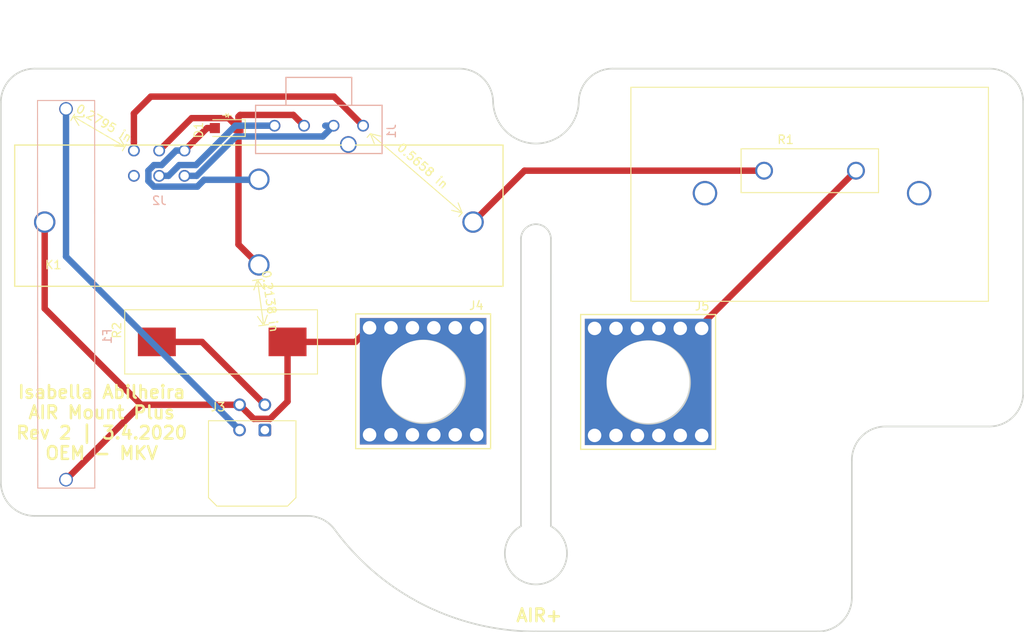
<source format=kicad_pcb>
(kicad_pcb (version 20171130) (host pcbnew 5.1.5-52549c5~84~ubuntu18.04.1)

  (general
    (thickness 1.6)
    (drawings 30)
    (tracks 56)
    (zones 0)
    (modules 10)
    (nets 13)
  )

  (page A4)
  (layers
    (0 F.Cu signal)
    (31 B.Cu signal)
    (32 B.Adhes user)
    (33 F.Adhes user)
    (34 B.Paste user)
    (35 F.Paste user)
    (36 B.SilkS user)
    (37 F.SilkS user)
    (38 B.Mask user)
    (39 F.Mask user)
    (40 Dwgs.User user)
    (41 Cmts.User user)
    (42 Eco1.User user)
    (43 Eco2.User user)
    (44 Edge.Cuts user)
    (45 Margin user)
    (46 B.CrtYd user)
    (47 F.CrtYd user)
    (48 B.Fab user)
    (49 F.Fab user hide)
  )

  (setup
    (last_trace_width 0.762)
    (user_trace_width 0.4064)
    (user_trace_width 0.762)
    (trace_clearance 0.2)
    (zone_clearance 0.508)
    (zone_45_only no)
    (trace_min 0.2)
    (via_size 0.8)
    (via_drill 0.4)
    (via_min_size 0.4)
    (via_min_drill 0.3)
    (uvia_size 0.3)
    (uvia_drill 0.1)
    (uvias_allowed no)
    (uvia_min_size 0.2)
    (uvia_min_drill 0.1)
    (edge_width 0.05)
    (segment_width 0.2)
    (pcb_text_width 0.3)
    (pcb_text_size 1.5 1.5)
    (mod_edge_width 0.12)
    (mod_text_size 1 1)
    (mod_text_width 0.15)
    (pad_size 1.524 1.524)
    (pad_drill 0.762)
    (pad_to_mask_clearance 0.051)
    (solder_mask_min_width 0.25)
    (aux_axis_origin 0 0)
    (visible_elements FFFFFF7F)
    (pcbplotparams
      (layerselection 0x010fc_ffffffff)
      (usegerberextensions true)
      (usegerberattributes false)
      (usegerberadvancedattributes false)
      (creategerberjobfile false)
      (excludeedgelayer true)
      (linewidth 0.100000)
      (plotframeref false)
      (viasonmask false)
      (mode 1)
      (useauxorigin false)
      (hpglpennumber 1)
      (hpglpenspeed 20)
      (hpglpendiameter 15.000000)
      (psnegative false)
      (psa4output false)
      (plotreference true)
      (plotvalue true)
      (plotinvisibletext false)
      (padsonsilk false)
      (subtractmaskfromsilk false)
      (outputformat 1)
      (mirror false)
      (drillshape 0)
      (scaleselection 1)
      (outputdirectory "Airplus_gerbs"))
  )

  (net 0 "")
  (net 1 "Net-(K1-Pad2)")
  (net 2 /Coil+)
  (net 3 /GND)
  (net 4 /TS_Fused-)
  (net 5 /TS-)
  (net 6 /AUX-)
  (net 7 /Coil-)
  (net 8 "Net-(J2-Pad6)")
  (net 9 /AUX+)
  (net 10 /TSMP-)
  (net 11 /TSAL-)
  (net 12 /BAT-)

  (net_class Default "This is the default net class."
    (clearance 0.2)
    (trace_width 0.25)
    (via_dia 0.8)
    (via_drill 0.4)
    (uvia_dia 0.3)
    (uvia_drill 0.1)
    (add_net /AUX+)
    (add_net /AUX-)
    (add_net /BAT-)
    (add_net /Coil+)
    (add_net /Coil-)
    (add_net /GND)
    (add_net /TS-)
    (add_net /TSAL-)
    (add_net /TSMP-)
    (add_net /TS_Fused-)
    (add_net "Net-(J2-Pad6)")
    (add_net "Net-(K1-Pad2)")
  )

  (module footprints:MicroFit_RA_06 (layer B.Cu) (tedit 5C789678) (tstamp 5E2CADE0)
    (at 78.8 75.32 180)
    (path /5DB019DF)
    (fp_text reference J2 (at -0.01 -10.26 180) (layer B.SilkS)
      (effects (font (size 1 1) (thickness 0.15)) (justify mirror))
    )
    (fp_text value MicroFit_RA_06 (at -5.588 12.7) (layer B.Fab)
      (effects (font (size 1 1) (thickness 0.15)) (justify mirror))
    )
    (pad "" np_thru_hole circle (at 0 0) (size 3 3) (drill 3) (layers *.Cu *.Mask))
    (pad 1 thru_hole circle (at -3 -4.32) (size 1.4 1.4) (drill 1.02) (layers *.Cu *.Mask)
      (net 3 /GND))
    (pad 2 thru_hole circle (at 0 -4.32) (size 1.4 1.4) (drill 1.02) (layers *.Cu *.Mask)
      (net 2 /Coil+))
    (pad 3 thru_hole circle (at 3 -4.32) (size 1.4 1.4) (drill 1.02) (layers *.Cu *.Mask)
      (net 9 /AUX+))
    (pad 4 thru_hole circle (at -3 -7.32) (size 1.4 1.4) (drill 1.02) (layers *.Cu *.Mask)
      (net 6 /AUX-))
    (pad 5 thru_hole circle (at 0 -7.32) (size 1.4 1.4) (drill 1.02) (layers *.Cu *.Mask)
      (net 7 /Coil-))
    (pad 6 thru_hole circle (at 3 -7.32) (size 1.4 1.4) (drill 1.02) (layers *.Cu *.Mask)
      (net 8 "Net-(J2-Pad6)"))
    (model ${LOCAL_DIR}/OEM_Preferred_Parts/3DModels/MicroFit-6-RA/MF_RA_06.stp
      (offset (xyz 0 -0.3809999942779541 3.174999952316284))
      (scale (xyz 1 1 1))
      (rotate (xyz -90 0 180))
    )
  )

  (module footprints:R_3k_HS_TO247 (layer F.Cu) (tedit 5E5FF9CF) (tstamp 5E226CC0)
    (at 161.43 82.03 180)
    (descr "Resistor, Radial_Power series, Radial, pin pitch=5.00mm, 2W, length*width=11*7mm^2, http://www.vishay.com/docs/30218/cpcx.pdf")
    (tags "Resistor Radial_Power series Radial pin pitch 5.00mm 2W length 11mm width 7mm")
    (path /5E59D5EA)
    (fp_text reference R1 (at 8.3439 3.683) (layer F.SilkS)
      (effects (font (size 1 1) (thickness 0.15)))
    )
    (fp_text value R_3K_HS (at 5.08 5.08) (layer F.Fab) hide
      (effects (font (size 1 1) (thickness 0.15)))
    )
    (fp_line (start 26.77 10) (end 26.77 -15.6) (layer F.CrtYd) (width 0.05))
    (fp_line (start -15.83 -15.6) (end -15.83 10) (layer F.CrtYd) (width 0.05))
    (fp_line (start -15.83 -15.6) (end 26.77 -15.6) (layer F.CrtYd) (width 0.05))
    (fp_line (start -15.83 10) (end 26.77 10) (layer F.CrtYd) (width 0.05))
    (fp_line (start 26.692 -15.5) (end 26.692 9.9) (layer F.SilkS) (width 0.12))
    (fp_line (start -15.708 -15.5) (end -15.708 9.9) (layer F.SilkS) (width 0.12))
    (fp_line (start 26.692 -15.5) (end -15.708 -15.5) (layer F.SilkS) (width 0.12))
    (fp_line (start 13.622 -2.6) (end -2.678 -2.6) (layer F.SilkS) (width 0.12))
    (fp_line (start 26.47 9.7) (end 26.47 -15.3) (layer F.Fab) (width 0.1))
    (fp_line (start -15.53 9.7) (end -15.53 -15.3) (layer F.Fab) (width 0.1))
    (fp_line (start -15.53 -15.3) (end 26.47 -15.3) (layer F.Fab) (width 0.1))
    (fp_line (start -15.53 9.7) (end 26.47 9.7) (layer F.Fab) (width 0.1))
    (fp_line (start -2.8 -2.7) (end 13.7 -2.7) (layer F.CrtYd) (width 0.05))
    (fp_line (start 13.7 2.7) (end 13.7 -2.7) (layer F.CrtYd) (width 0.05))
    (fp_line (start 13.7 2.7) (end -2.8 2.7) (layer F.CrtYd) (width 0.05))
    (fp_line (start -2.8 -2.7) (end -2.8 2.7) (layer F.CrtYd) (width 0.05))
    (fp_line (start -2.678 2.6) (end -2.678 -2.6) (layer F.SilkS) (width 0.12))
    (fp_line (start 13.622 2.6) (end 13.622 -2.6) (layer F.SilkS) (width 0.12))
    (fp_line (start 26.692 9.9) (end -15.708 9.9) (layer F.SilkS) (width 0.12))
    (fp_line (start 13.622 2.6) (end -2.678 2.6) (layer F.SilkS) (width 0.12))
    (fp_line (start -2.55 -2.4) (end 13.45 -2.4) (layer F.Fab) (width 0.1))
    (fp_line (start 13.45 2.4) (end 13.45 -2.4) (layer F.Fab) (width 0.1))
    (fp_line (start -2.55 2.4) (end 13.45 2.4) (layer F.Fab) (width 0.1))
    (fp_line (start -2.55 2.4) (end -2.55 -2.4) (layer F.Fab) (width 0.1))
    (pad 5 thru_hole circle (at 17.907 -2.67 180) (size 2.9 2.9) (drill 2.4) (layers *.Cu *.Mask))
    (pad 4 thru_hole circle (at -7.493 -2.67 180) (size 2.9 2.9) (drill 2.4) (layers *.Cu *.Mask))
    (pad 2 thru_hole circle (at 10.9 0 180) (size 2.12 2.12) (drill 1.62) (layers *.Cu *.Mask)
      (net 1 "Net-(K1-Pad2)"))
    (pad 1 thru_hole circle (at 0 0 180) (size 2.12 2.12) (drill 1.62) (layers *.Cu *.Mask)
      (net 12 /BAT-))
    (model "${LOCAL_DIR}/OEM_Preferred_Parts/3DModels/AP101_3k_resistor/TIP 144_sp.wrl"
      (at (xyz 0 0 0))
      (scale (xyz 1 1 1))
      (rotate (xyz 0 0 0))
    )
    (model ${LOCAL_DIR}/OEM_Preferred_Parts/3DModels/R_3K_heatsink/RA-T2X-51E_sp001_sp.wrl
      (at (xyz 0 0 0))
      (scale (xyz 1 1 1))
      (rotate (xyz 0 0 0))
    )
  )

  (module footprints:D-Series_Cynergy_Relay (layer F.Cu) (tedit 5C788E94) (tstamp 5E5B74B1)
    (at 65.22 88.13)
    (path /5E5D8E84)
    (fp_text reference K1 (at 1.016 5.08) (layer F.SilkS)
      (effects (font (size 1 1) (thickness 0.15)))
    )
    (fp_text value "DBR71210(NC)" (at 6.096 -7.112) (layer F.Fab)
      (effects (font (size 1 1) (thickness 0.15)))
    )
    (fp_line (start -3.556 -9.144) (end 54.356 -9.144) (layer F.SilkS) (width 0.15))
    (fp_line (start 54.356 -9.144) (end 54.356 7.62) (layer F.SilkS) (width 0.15))
    (fp_line (start 54.356 7.62) (end -3.556 7.62) (layer F.SilkS) (width 0.15))
    (fp_line (start -3.556 7.62) (end -3.556 -9.144) (layer F.SilkS) (width 0.15))
    (pad 1 thru_hole circle (at 0 0) (size 2.54 2.54) (drill 2.032) (layers *.Cu *.Mask)
      (net 5 /TS-))
    (pad 2 thru_hole circle (at 50.8 0) (size 2.54 2.54) (drill 2.032) (layers *.Cu *.Mask)
      (net 1 "Net-(K1-Pad2)"))
    (pad 3 thru_hole circle (at 25.4 -5.08) (size 2.54 2.54) (drill 2.032) (layers *.Cu *.Mask)
      (net 3 /GND))
    (pad 4 thru_hole circle (at 25.4 5.08) (size 2.54 2.54) (drill 2.032) (layers *.Cu *.Mask)
      (net 2 /Coil+))
    (model ${LOCAL_DIR}/OEM_Preferred_Parts/3DModels/Cynergy_Relay/D_Series_Cynergy_Relays.STEP
      (offset (xyz 25.39999961853027 7.619999885559082 9.524999856948853))
      (scale (xyz 1 1 1))
      (rotate (xyz 180 0 0))
    )
  )

  (module footprints:MicroFit_RA_4 (layer F.Cu) (tedit 5B799D96) (tstamp 5E5AC3CD)
    (at 91.33 112.81 180)
    (descr "Molex Micro-Fit 3.0 Connector System, 43045-0400 (compatible alternatives: 43045-0401, 43045-0402), 2 Pins per row (https://www.molex.com/pdm_docs/sd/430450200_sd.pdf), generated with kicad-footprint-generator")
    (tags "connector Molex Micro-Fit_3.0 top entry")
    (path /5DF102AC)
    (fp_text reference J3 (at 5.55 2.73) (layer F.SilkS)
      (effects (font (size 1 1) (thickness 0.15)))
    )
    (fp_text value MicroFit_RA_4 (at 1.5 5.7) (layer F.Fab)
      (effects (font (size 1 1) (thickness 0.15)))
    )
    (fp_line (start -3.575 0.99) (end -3.575 -7.92) (layer F.Fab) (width 0.1))
    (fp_line (start -3.575 -7.92) (end -2.575 -8.92) (layer F.Fab) (width 0.1))
    (fp_line (start -2.575 -8.92) (end 5.575 -8.92) (layer F.Fab) (width 0.1))
    (fp_line (start 5.575 -8.92) (end 6.575 -7.92) (layer F.Fab) (width 0.1))
    (fp_line (start 6.575 -7.92) (end 6.575 0.99) (layer F.Fab) (width 0.1))
    (fp_line (start 6.575 0.99) (end -3.575 0.99) (layer F.Fab) (width 0.1))
    (fp_line (start -0.75 0.99) (end 0 0) (layer F.Fab) (width 0.1))
    (fp_line (start 0 0) (end 0.75 0.99) (layer F.Fab) (width 0.1))
    (fp_line (start -3.685 1.1) (end -3.685 -8.03) (layer F.SilkS) (width 0.12))
    (fp_line (start -3.685 -8.03) (end -2.685 -9.03) (layer F.SilkS) (width 0.12))
    (fp_line (start -2.685 -9.03) (end 5.685 -9.03) (layer F.SilkS) (width 0.12))
    (fp_line (start 5.685 -9.03) (end 6.685 -8.03) (layer F.SilkS) (width 0.12))
    (fp_line (start 6.685 -8.03) (end 6.685 1.1) (layer F.SilkS) (width 0.12))
    (fp_line (start 6.685 1.1) (end -3.685 1.1) (layer F.SilkS) (width 0.12))
    (fp_line (start -4.08 1.49) (end -4.08 -9.42) (layer F.CrtYd) (width 0.05))
    (fp_line (start -4.08 -9.42) (end 7.08 -9.42) (layer F.CrtYd) (width 0.05))
    (fp_line (start 7.08 -9.42) (end 7.08 1.49) (layer F.CrtYd) (width 0.05))
    (fp_line (start 7.08 1.49) (end 4.25 1.49) (layer F.CrtYd) (width 0.05))
    (fp_line (start 4.25 1.49) (end 4.25 4.25) (layer F.CrtYd) (width 0.05))
    (fp_line (start 4.25 4.25) (end -1.25 4.25) (layer F.CrtYd) (width 0.05))
    (fp_line (start -1.25 4.25) (end -1.25 1.49) (layer F.CrtYd) (width 0.05))
    (fp_line (start -1.25 1.49) (end -4.08 1.49) (layer F.CrtYd) (width 0.05))
    (fp_text user %R (at 1.5 -8.22) (layer F.Fab)
      (effects (font (size 1 1) (thickness 0.15)))
    )
    (pad "" np_thru_hole circle (at 1.5 -4.32 180) (size 3 3) (drill 3) (layers *.Cu *.Mask))
    (pad 1 thru_hole roundrect (at 0 0 180) (size 1.5 1.5) (drill 1.02) (layers *.Cu *.Mask) (roundrect_rratio 0.166667)
      (net 11 /TSAL-))
    (pad 2 thru_hole circle (at 3 0 180) (size 1.5 1.5) (drill 1.02) (layers *.Cu *.Mask)
      (net 4 /TS_Fused-))
    (pad 3 thru_hole circle (at 0 3 180) (size 1.5 1.5) (drill 1.02) (layers *.Cu *.Mask)
      (net 10 /TSMP-))
    (pad 4 thru_hole circle (at 3 3 180) (size 1.5 1.5) (drill 1.02) (layers *.Cu *.Mask)
      (net 5 /TS-))
    (model ${LOCAL_DIR}/OEM_Preferred_Parts/3DModels/MICROFIT4RA/43045-0400_stp/430450400.stp
      (offset (xyz 1.5 4 4))
      (scale (xyz 1 1 1))
      (rotate (xyz -90 0 180))
    )
  )

  (module footprints:redcube_7461166 (layer F.Cu) (tedit 5E22245E) (tstamp 5E227DD1)
    (at 110.0986 107.0226)
    (path /5E2F97D2)
    (fp_text reference J4 (at 6.3114 -8.9826) (layer F.SilkS)
      (effects (font (size 1 1) (thickness 0.15)))
    )
    (fp_text value redcude_7461166 (at 0.02 9.45) (layer F.Fab)
      (effects (font (size 1 1) (thickness 0.15)))
    )
    (fp_text user Redcube_7461166 (at -4.064 -9.652) (layer F.Fab)
      (effects (font (size 1 1) (thickness 0.15)))
    )
    (fp_line (start -8 8) (end -8 -8) (layer F.SilkS) (width 0.15))
    (fp_line (start 8 8) (end -8 8) (layer F.SilkS) (width 0.15))
    (fp_line (start 8 -8) (end 8 8) (layer F.SilkS) (width 0.15))
    (fp_line (start -8 -8) (end 8 -8) (layer F.SilkS) (width 0.15))
    (pad 1 thru_hole circle (at -3.81 -6.35) (size 1.7 1.7) (drill 1.6) (layers *.Cu *.Mask)
      (net 5 /TS-))
    (pad 1 thru_hole circle (at 6.349999 -6.35) (size 1.7 1.7) (drill 1.6) (layers *.Cu *.Mask)
      (net 5 /TS-))
    (pad 1 thru_hole circle (at -6.35 -6.349999) (size 1.7 1.7) (drill 1.6) (layers *.Cu *.Mask)
      (net 5 /TS-))
    (pad 1 thru_hole circle (at 1.27 -6.35) (size 1.7 1.7) (drill 1.6) (layers *.Cu *.Mask)
      (net 5 /TS-))
    (pad 1 thru_hole circle (at -1.27 -6.35) (size 1.7 1.7) (drill 1.6) (layers *.Cu *.Mask)
      (net 5 /TS-))
    (pad 1 thru_hole circle (at 3.81 -6.35) (size 1.7 1.7) (drill 1.6) (layers *.Cu *.Mask)
      (net 5 /TS-))
    (pad 1 thru_hole circle (at -6.349999 6.35) (size 1.7 1.7) (drill 1.6) (layers *.Cu *.Mask)
      (net 5 /TS-))
    (pad 1 thru_hole circle (at -3.81 6.35) (size 1.7 1.7) (drill 1.6) (layers *.Cu *.Mask)
      (net 5 /TS-))
    (pad 1 thru_hole circle (at -1.27 6.35) (size 1.7 1.7) (drill 1.6) (layers *.Cu *.Mask)
      (net 5 /TS-))
    (pad 1 thru_hole circle (at 1.27 6.35) (size 1.7 1.7) (drill 1.6) (layers *.Cu *.Mask)
      (net 5 /TS-))
    (pad 1 thru_hole circle (at 6.35 6.349999) (size 1.7 1.7) (drill 1.6) (layers *.Cu *.Mask)
      (net 5 /TS-))
    (pad 1 thru_hole circle (at 3.81 6.35) (size 1.7 1.7) (drill 1.6) (layers *.Cu *.Mask)
      (net 5 /TS-))
    (pad 1 thru_hole rect (at 0 0) (size 15 15) (drill 9.8) (layers *.Cu *.Mask)
      (net 5 /TS-))
    (model :Formula:OEM_Preferred_Parts/3DModels/redcube_7461166/redcube_7461166.stp
      (at (xyz 0 0 0))
      (scale (xyz 1 1 1))
      (rotate (xyz 0 0 0))
    )
    (model ${LOCAL_DIR}/OEM_Preferred_Parts/3DModels/redcube_7461166/redcube_7461166.stp
      (at (xyz 0 0 0))
      (scale (xyz 1 1 1))
      (rotate (xyz 0 0 0))
    )
  )

  (module footprints:R_TSMP_SMD_5329 (layer F.Cu) (tedit 5E23450B) (tstamp 5E234BB4)
    (at 86.14 102.35)
    (path /5E57A605)
    (fp_text reference R2 (at -12.36 -1.38 -270) (layer F.SilkS)
      (effects (font (size 1 1) (thickness 0.15)))
    )
    (fp_text value R_10K_HV (at -3.81 5.08) (layer F.Fab)
      (effects (font (size 1 1) (thickness 0.15)))
    )
    (fp_line (start -11.43 -3.81) (end -11.43 -2.54) (layer F.SilkS) (width 0.12))
    (fp_line (start -5.08 -3.81) (end -11.43 -3.81) (layer F.SilkS) (width 0.12))
    (fp_line (start -5.08 -3.81) (end 11.43 -3.81) (layer F.SilkS) (width 0.12))
    (fp_line (start -11.43 3.81) (end -11.43 -2.54) (layer F.SilkS) (width 0.12))
    (fp_line (start 11.43 3.81) (end -11.43 3.81) (layer F.SilkS) (width 0.12))
    (fp_line (start 11.43 -3.81) (end 11.43 3.81) (layer F.SilkS) (width 0.12))
    (pad 1 smd rect (at -7.62 0) (size 4.5 3.4) (layers F.Cu F.Paste F.Mask)
      (net 10 /TSMP-))
    (pad 2 smd rect (at 7.88 0) (size 4.5 3.4) (layers F.Cu F.Paste F.Mask)
      (net 5 /TS-))
    (model /Users/adityasudhakar/Downloads/c-3-1879234-2-ba-3d.stp
      (at (xyz 0 0 0))
      (scale (xyz 1 1 1))
      (rotate (xyz 0 0 0))
    )
  )

  (module footprints:redcube_7461166 (layer F.Cu) (tedit 5E22245E) (tstamp 5E227EDE)
    (at 136.7813 107.0988)
    (path /5E2FA0CC)
    (fp_text reference J5 (at 6.4087 -8.9888) (layer F.SilkS)
      (effects (font (size 1 1) (thickness 0.15)))
    )
    (fp_text value redcude_7461166 (at 0.02 9.45) (layer F.Fab)
      (effects (font (size 1 1) (thickness 0.15)))
    )
    (fp_line (start -8 -8) (end 8 -8) (layer F.SilkS) (width 0.15))
    (fp_line (start 8 -8) (end 8 8) (layer F.SilkS) (width 0.15))
    (fp_line (start 8 8) (end -8 8) (layer F.SilkS) (width 0.15))
    (fp_line (start -8 8) (end -8 -8) (layer F.SilkS) (width 0.15))
    (fp_text user Redcube_7461166 (at -4.064 -9.652) (layer F.Fab)
      (effects (font (size 1 1) (thickness 0.15)))
    )
    (pad 1 thru_hole rect (at 0 0) (size 15 15) (drill 9.8) (layers *.Cu *.Mask)
      (net 12 /BAT-))
    (pad 1 thru_hole circle (at 3.81 6.35) (size 1.7 1.7) (drill 1.6) (layers *.Cu *.Mask)
      (net 12 /BAT-))
    (pad 1 thru_hole circle (at 6.35 6.349999) (size 1.7 1.7) (drill 1.6) (layers *.Cu *.Mask)
      (net 12 /BAT-))
    (pad 1 thru_hole circle (at 1.27 6.35) (size 1.7 1.7) (drill 1.6) (layers *.Cu *.Mask)
      (net 12 /BAT-))
    (pad 1 thru_hole circle (at -1.27 6.35) (size 1.7 1.7) (drill 1.6) (layers *.Cu *.Mask)
      (net 12 /BAT-))
    (pad 1 thru_hole circle (at -3.81 6.35) (size 1.7 1.7) (drill 1.6) (layers *.Cu *.Mask)
      (net 12 /BAT-))
    (pad 1 thru_hole circle (at -6.349999 6.35) (size 1.7 1.7) (drill 1.6) (layers *.Cu *.Mask)
      (net 12 /BAT-))
    (pad 1 thru_hole circle (at 3.81 -6.35) (size 1.7 1.7) (drill 1.6) (layers *.Cu *.Mask)
      (net 12 /BAT-))
    (pad 1 thru_hole circle (at -1.27 -6.35) (size 1.7 1.7) (drill 1.6) (layers *.Cu *.Mask)
      (net 12 /BAT-))
    (pad 1 thru_hole circle (at 1.27 -6.35) (size 1.7 1.7) (drill 1.6) (layers *.Cu *.Mask)
      (net 12 /BAT-))
    (pad 1 thru_hole circle (at -6.35 -6.349999) (size 1.7 1.7) (drill 1.6) (layers *.Cu *.Mask)
      (net 12 /BAT-))
    (pad 1 thru_hole circle (at 6.349999 -6.35) (size 1.7 1.7) (drill 1.6) (layers *.Cu *.Mask)
      (net 12 /BAT-))
    (pad 1 thru_hole circle (at -3.81 -6.35) (size 1.7 1.7) (drill 1.6) (layers *.Cu *.Mask)
      (net 12 /BAT-))
    (model :Formula:OEM_Preferred_Parts/3DModels/redcube_7461166/redcube_7461166.stp
      (at (xyz 0 0 0))
      (scale (xyz 1 1 1))
      (rotate (xyz 0 0 0))
    )
    (model ${LOCAL_DIR}/OEM_Preferred_Parts/3DModels/redcube_7461166/redcube_7461166.stp
      (at (xyz 0 0 0))
      (scale (xyz 1 1 1))
      (rotate (xyz 0 0 0))
    )
  )

  (module footprints:Ultrafit_4 (layer B.Cu) (tedit 5C9D7519) (tstamp 5E226C84)
    (at 97.73 76.69 270)
    (path /5DB02E97)
    (fp_text reference J1 (at 0.66 -8.62 90) (layer B.SilkS)
      (effects (font (size 1 1) (thickness 0.15)) (justify mirror))
    )
    (fp_text value UF_4_VT (at 4.572 -0.508 180) (layer B.Fab) hide
      (effects (font (size 1 1) (thickness 0.15)) (justify mirror))
    )
    (fp_line (start 3.302 -7.5) (end 3.302 7.5) (layer B.SilkS) (width 0.15))
    (fp_line (start -2.42 -7.5) (end -2.42 7.5) (layer B.SilkS) (width 0.15))
    (fp_line (start -2.42 7.5) (end 3.302 7.5) (layer B.SilkS) (width 0.15))
    (fp_line (start -2.42 -7.5) (end 3.302 -7.5) (layer B.SilkS) (width 0.15))
    (fp_line (start -5.73 -3.9) (end -2.42 -3.9) (layer B.SilkS) (width 0.15))
    (fp_line (start -5.73 3.9) (end -5.73 -3.9) (layer B.SilkS) (width 0.15))
    (fp_line (start -2.42 3.9) (end -5.73 3.9) (layer B.SilkS) (width 0.15))
    (fp_text user "6.55mm Clearance" (at -4.07 0 180) (layer B.Fab)
      (effects (font (size 0.5 0.5) (thickness 0.08)) (justify mirror))
    )
    (fp_line (start -5.588 -3.81) (end -5.588 3.81) (layer B.Fab) (width 0.15))
    (fp_line (start -2.54 -3.81) (end -5.588 -3.81) (layer B.Fab) (width 0.15))
    (fp_line (start -2.54 3.81) (end -2.54 -3.81) (layer B.Fab) (width 0.15))
    (fp_line (start -5.588 3.81) (end -2.54 3.81) (layer B.Fab) (width 0.15))
    (pad 4 thru_hole circle (at 0 5.25 90) (size 1.397 1.397) (drill 1.02) (layers *.Cu *.Mask)
      (net 7 /Coil-))
    (pad 3 thru_hole circle (at 0 1.75 90) (size 1.397 1.397) (drill 1.02) (layers *.Cu *.Mask)
      (net 2 /Coil+))
    (pad "" thru_hole circle (at 2.23 -3.5 270) (size 1.981 1.981) (drill 1.6) (layers *.Cu *.Mask))
    (pad 1 thru_hole circle (at 0 -5.25 270) (size 1.397 1.397) (drill 1.02) (layers *.Cu *.Mask)
      (net 9 /AUX+))
    (pad 2 thru_hole circle (at 0 -1.75 270) (size 1.397 1.397) (drill 1.02) (layers *.Cu *.Mask)
      (net 6 /AUX-))
    (model :Formula:OEM_Preferred_Parts/3DModels/Ultrafit-4/1722861104.wrl
      (at (xyz 0 0 0))
      (scale (xyz 1 1 1))
      (rotate (xyz 0 0 0))
    )
    (model ${LOCAL_DIR}/OEM_Preferred_Parts/3DModels/Ultrafit-4/1722861104.step
      (at (xyz 0 0 0))
      (scale (xyz 1 1 1))
      (rotate (xyz 0 0 0))
    )
  )

  (module footprints:D_SOD-123W_OEM (layer F.Cu) (tedit 5C16A992) (tstamp 5E226C65)
    (at 86.8 76.97 180)
    (descr D_SOD-123F)
    (tags D_SOD-123F)
    (path /5DAE7FAE)
    (attr smd)
    (fp_text reference D1 (at 3.3147 -0.2413 270) (layer F.SilkS)
      (effects (font (size 1 1) (thickness 0.15)))
    )
    (fp_text value SS110LW (at -0.25 2.1) (layer F.Fab) hide
      (effects (font (size 1 1) (thickness 0.25)))
    )
    (fp_line (start -2.2 -1) (end 1.65 -1) (layer F.SilkS) (width 0.12))
    (fp_line (start -2.2 1) (end 1.65 1) (layer F.SilkS) (width 0.12))
    (fp_line (start -2.3 -1.15) (end -2.3 1.15) (layer F.CrtYd) (width 0.05))
    (fp_line (start 2.2 1.15) (end -2.3 1.15) (layer F.CrtYd) (width 0.05))
    (fp_line (start 2.2 -1.15) (end 2.2 1.15) (layer F.CrtYd) (width 0.05))
    (fp_line (start -2.3 -1.15) (end 2.2 -1.15) (layer F.CrtYd) (width 0.05))
    (fp_line (start -1.4 -0.9) (end 1.4 -0.9) (layer F.Fab) (width 0.1))
    (fp_line (start 1.4 -0.9) (end 1.4 0.9) (layer F.Fab) (width 0.1))
    (fp_line (start 1.4 0.9) (end -1.4 0.9) (layer F.Fab) (width 0.1))
    (fp_line (start -1.4 0.9) (end -1.4 -0.9) (layer F.Fab) (width 0.1))
    (fp_line (start -0.75 0) (end -0.35 0) (layer F.Fab) (width 0.1))
    (fp_line (start -0.35 0) (end -0.35 -0.55) (layer F.Fab) (width 0.1))
    (fp_line (start -0.35 0) (end -0.35 0.55) (layer F.Fab) (width 0.1))
    (fp_line (start -0.35 0) (end 0.25 -0.4) (layer F.Fab) (width 0.1))
    (fp_line (start 0.25 -0.4) (end 0.25 0.4) (layer F.Fab) (width 0.1))
    (fp_line (start 0.25 0.4) (end -0.35 0) (layer F.Fab) (width 0.1))
    (fp_line (start 0.25 0) (end 0.75 0) (layer F.Fab) (width 0.1))
    (fp_line (start -2.2 -1) (end -2.2 1) (layer F.SilkS) (width 0.12))
    (fp_text user %R (at -0.127 -1.905) (layer F.Fab) hide
      (effects (font (size 1 1) (thickness 0.15)))
    )
    (fp_line (start -0.2 1.25) (end -0.2 1.75) (layer F.SilkS) (width 0.1))
    (fp_line (start -0.2 1.5) (end -0.2 1.25) (layer F.SilkS) (width 0.1))
    (fp_line (start -0.6 1.5) (end -0.2 1.5) (layer F.SilkS) (width 0.1))
    (fp_line (start 0.1 1.7) (end -0.2 1.5) (layer F.SilkS) (width 0.1))
    (fp_line (start 0.1 1.3) (end 0.1 1.7) (layer F.SilkS) (width 0.1))
    (fp_line (start -0.2 1.5) (end 0.1 1.3) (layer F.SilkS) (width 0.1))
    (fp_line (start 0.1 1.5) (end 0.5 1.5) (layer F.SilkS) (width 0.1))
    (pad 2 smd rect (at 1.4 0 180) (size 1.2 1.2) (layers F.Cu F.Paste F.Mask)
      (net 3 /GND))
    (pad 1 smd rect (at -1.4 0 180) (size 1.2 1.2) (layers F.Cu F.Paste F.Mask)
      (net 2 /Coil+))
    (model ${LOCAL_DIR}/OEM_Preferred_Parts/3DModels/SOD-123_OEM/SOD-123.step
      (at (xyz 0 0 0))
      (scale (xyz 1 1 1))
      (rotate (xyz 0 0 0))
    )
  )

  (module footprints:Fuse_1A_600V (layer B.Cu) (tedit 5E586DA8) (tstamp 5E588036)
    (at 67.75 118.7 90)
    (path /5E58C68C)
    (fp_text reference F1 (at 17 4.9 90) (layer B.SilkS)
      (effects (font (size 1 1) (thickness 0.15)) (justify mirror))
    )
    (fp_text value F_1A_600V (at 14.48 4.26 90) (layer B.Fab)
      (effects (font (size 1 1) (thickness 0.15)) (justify mirror))
    )
    (fp_line (start -1 3.41) (end -1 -3.35) (layer B.SilkS) (width 0.12))
    (fp_line (start 45 3.38) (end 45 -3.38) (layer B.SilkS) (width 0.12))
    (fp_line (start 45 -3.38) (end -1 -3.35) (layer B.SilkS) (width 0.12))
    (fp_line (start 45 3.395) (end -1 3.41) (layer B.SilkS) (width 0.12))
    (pad 1 thru_hole circle (at 0 0 90) (size 1.62 1.62) (drill 1.31) (layers *.Cu *.Mask)
      (net 5 /TS-))
    (pad 2 thru_hole circle (at 44 0 90) (size 1.62 1.62) (drill 1.31) (layers *.Cu *.Mask)
      (net 4 /TS_Fused-))
  )

  (dimension 14.371726 (width 0.12) (layer F.SilkS)
    (gr_text "14.372 mm" (at 108.450225 83.296443 319.2041167) (layer F.SilkS)
      (effects (font (size 1 1) (thickness 0.15)))
    )
    (feature1 (pts (xy 114.72 87.03) (xy 114.336853 87.473945)))
    (feature2 (pts (xy 103.84 77.64) (xy 103.456853 78.083945)))
    (crossbar (pts (xy 103.84 77.64) (xy 114.72 87.03)))
    (arrow1a (pts (xy 114.72 87.03) (xy 113.484042 86.737926)))
    (arrow1b (pts (xy 114.72 87.03) (xy 114.250337 85.850035)))
    (arrow2a (pts (xy 103.84 77.64) (xy 104.309663 78.819965)))
    (arrow2b (pts (xy 103.84 77.64) (xy 105.075958 77.932074)))
  )
  (dimension 7.098824 (width 0.12) (layer F.SilkS)
    (gr_text "7.099 mm" (at 71.026604 78.477087 329.7145141) (layer F.SilkS)
      (effects (font (size 1 1) (thickness 0.15)))
    )
    (feature1 (pts (xy 74.89 78.9) (xy 74.436338 79.6768)))
    (feature2 (pts (xy 68.76 75.32) (xy 68.306338 76.0968)))
    (crossbar (pts (xy 68.602076 75.590412) (xy 74.732076 79.170412)))
    (arrow1a (pts (xy 74.732076 79.170412) (xy 73.463577 79.108694)))
    (arrow1b (pts (xy 74.732076 79.170412) (xy 74.055051 78.095918)))
    (arrow2a (pts (xy 68.602076 75.590412) (xy 69.279101 76.664906)))
    (arrow2b (pts (xy 68.602076 75.590412) (xy 69.870575 75.65213)))
  )
  (dimension 5.430654 (width 0.12) (layer F.SilkS)
    (gr_text "5.431 mm" (at 89.561631 97.851486 277.8316895) (layer F.SilkS)
      (effects (font (size 1 1) (thickness 0.15)))
    )
    (feature1 (pts (xy 91.76 100.29) (xy 90.608834 100.448339)))
    (feature2 (pts (xy 91.02 94.91) (xy 89.868834 95.068339)))
    (crossbar (pts (xy 90.449785 94.988431) (xy 91.189785 100.368431)))
    (arrow1a (pts (xy 91.189785 100.368431) (xy 90.455333 99.332342)))
    (arrow1b (pts (xy 91.189785 100.368431) (xy 91.617235 99.172527)))
    (arrow2a (pts (xy 90.449785 94.988431) (xy 90.022335 96.184335)))
    (arrow2b (pts (xy 90.449785 94.988431) (xy 91.184237 96.02452)))
  )
  (gr_text AIR+ (at 123.86 134.81) (layer F.SilkS) (tstamp 5E233E0A)
    (effects (font (size 1.5 1.5) (thickness 0.3)))
  )
  (gr_text "Isabella Abilheira\nAIR Mount Plus\nRev 2 | 3.4.2020\nOEM - MKV" (at 71.98 111.93) (layer F.SilkS) (tstamp 5E376BB1)
    (effects (font (size 1.5 1.5) (thickness 0.3)))
  )
  (gr_line (start 181.261096 108.387809) (end 181.261096 73.917809) (layer Edge.Cuts) (width 0.2))
  (gr_line (start 156.941096 136.719809) (end 123.476707 136.719809) (layer Edge.Cuts) (width 0.2))
  (gr_line (start 60.02 119) (end 60.02 73.91781) (layer Edge.Cuts) (width 0.2))
  (gr_arc (start 156.941096 132.719809) (end 156.941096 136.719809) (angle -90) (layer Edge.Cuts) (width 0.2))
  (gr_line (start 96.393667 123.000001) (end 64.02 123.000001) (layer Edge.Cuts) (width 0.2))
  (gr_arc (start 123.476707 107.128809) (end 99.618703 124.633749) (angle -53.73199979) (layer Edge.Cuts) (width 0.2))
  (gr_arc (start 123.476707 127.448809) (end 121.700905 124.220975) (angle -302.4) (layer Edge.Cuts) (width 0.2))
  (gr_line (start 125.250535 124.21989) (end 125.252508 90.036643) (layer Edge.Cuts) (width 0.2))
  (gr_arc (start 123.476707 90.15881) (end 125.252509 90.036644) (angle -172.1290943) (layer Edge.Cuts) (width 0.2))
  (gr_line (start 121.700905 90.036643) (end 121.700905 124.220975) (layer Edge.Cuts) (width 0.2))
  (gr_arc (start 177.261096 108.387809) (end 177.261096 112.387809) (angle -90) (layer Edge.Cuts) (width 0.2))
  (gr_arc (start 164.941097 116.387809) (end 164.941097 112.387809) (angle -90) (layer Edge.Cuts) (width 0.2))
  (gr_line (start 132.554718 69.917811) (end 177.261096 69.917809) (layer Edge.Cuts) (width 0.2))
  (gr_arc (start 114.398696 73.91781) (end 118.397821 73.83411) (angle -88.80099199) (layer Edge.Cuts) (width 0.2))
  (gr_line (start 160.941096 116.387809) (end 160.941096 132.719809) (layer Edge.Cuts) (width 0.2))
  (gr_arc (start 96.393667 127) (end 99.618703 124.633749) (angle -53.73200771) (layer Edge.Cuts) (width 0.2))
  (gr_circle (center 110.163455 107.087144) (end 115.063456 107.087144) (layer Edge.Cuts) (width 0.2))
  (gr_line (start 64.02 69.917811) (end 114.398696 69.917809) (layer Edge.Cuts) (width 0.2))
  (gr_arc (start 177.261096 73.917809) (end 181.261096 73.917809) (angle -90.00000194) (layer Edge.Cuts) (width 0.2))
  (gr_arc (start 64.02 73.91781) (end 64.02 69.91781) (angle -90) (layer Edge.Cuts) (width 0.2))
  (gr_arc (start 123.476707 73.727811) (end 118.39782 73.83411) (angle -177.6019899) (layer Edge.Cuts) (width 0.2))
  (gr_circle (center 136.846156 107.163344) (end 141.746155 107.163344) (layer Edge.Cuts) (width 0.2))
  (gr_arc (start 132.554717 73.91781) (end 132.554718 69.917811) (angle -88.80099199) (layer Edge.Cuts) (width 0.2))
  (gr_line (start 177.261096 112.387808) (end 164.941097 112.387808) (layer Edge.Cuts) (width 0.2))
  (gr_arc (start 64.02 119) (end 60.02 119) (angle -90) (layer Edge.Cuts) (width 0.2))

  (segment (start 122.12 82.03) (end 150.53 82.03) (width 0.762) (layer F.Cu) (net 1))
  (segment (start 116.02 88.13) (end 122.12 82.03) (width 0.762) (layer F.Cu) (net 1))
  (segment (start 87.018999 75.788999) (end 88.2 76.97) (width 0.762) (layer F.Cu) (net 2))
  (segment (start 82.651001 75.788999) (end 87.018999 75.788999) (width 0.762) (layer F.Cu) (net 2))
  (segment (start 78.8 79.64) (end 82.651001 75.788999) (width 0.762) (layer F.Cu) (net 2))
  (segment (start 95.281501 75.991501) (end 95.98 76.69) (width 0.762) (layer F.Cu) (net 2))
  (segment (start 94.700499 75.410499) (end 95.281501 75.991501) (width 0.762) (layer F.Cu) (net 2))
  (segment (start 88.397501 75.410499) (end 94.700499 75.410499) (width 0.762) (layer F.Cu) (net 2))
  (segment (start 88.2 75.608) (end 88.397501 75.410499) (width 0.762) (layer F.Cu) (net 2))
  (segment (start 88.2 76.97) (end 88.2 75.608) (width 0.762) (layer F.Cu) (net 2))
  (segment (start 88.2 90.79) (end 90.62 93.21) (width 0.762) (layer F.Cu) (net 2))
  (segment (start 88.2 76.97) (end 88.2 90.79) (width 0.762) (layer F.Cu) (net 2))
  (segment (start 84.47 76.97) (end 81.8 79.64) (width 0.762) (layer F.Cu) (net 3))
  (segment (start 85.4 76.97) (end 84.47 76.97) (width 0.762) (layer F.Cu) (net 3))
  (segment (start 90.56 83.11) (end 90.62 83.05) (width 0.762) (layer B.Cu) (net 3))
  (segment (start 77.518999 83.254881) (end 78.185119 83.921001) (width 0.762) (layer B.Cu) (net 3))
  (segment (start 78.185119 83.921001) (end 83.319486 83.921001) (width 0.762) (layer B.Cu) (net 3))
  (segment (start 83.319486 83.921001) (end 84.130487 83.11) (width 0.762) (layer B.Cu) (net 3))
  (segment (start 84.130487 83.11) (end 90.56 83.11) (width 0.762) (layer B.Cu) (net 3))
  (segment (start 77.518999 82.025119) (end 77.518999 83.254881) (width 0.762) (layer B.Cu) (net 3))
  (segment (start 78.185119 81.358999) (end 77.518999 82.025119) (width 0.762) (layer B.Cu) (net 3))
  (segment (start 79.091052 81.358999) (end 78.185119 81.358999) (width 0.762) (layer B.Cu) (net 3))
  (segment (start 80.810051 79.64) (end 79.091052 81.358999) (width 0.762) (layer B.Cu) (net 3))
  (segment (start 81.8 79.64) (end 80.810051 79.64) (width 0.762) (layer B.Cu) (net 3))
  (segment (start 67.75 92.23) (end 88.33 112.81) (width 0.762) (layer B.Cu) (net 4))
  (segment (start 67.75 74.7) (end 67.75 92.23) (width 0.762) (layer B.Cu) (net 4))
  (segment (start 102.071201 102.35) (end 103.7486 100.672601) (width 0.762) (layer F.Cu) (net 5))
  (segment (start 94.02 102.35) (end 102.071201 102.35) (width 0.762) (layer F.Cu) (net 5))
  (segment (start 89.079999 110.559999) (end 88.33 109.81) (width 0.762) (layer F.Cu) (net 5))
  (segment (start 89.998999 111.478999) (end 89.079999 110.559999) (width 0.762) (layer F.Cu) (net 5))
  (segment (start 91.961001 111.478999) (end 89.998999 111.478999) (width 0.762) (layer F.Cu) (net 5))
  (segment (start 94.02 109.42) (end 91.961001 111.478999) (width 0.762) (layer F.Cu) (net 5))
  (segment (start 94.02 102.35) (end 94.02 109.42) (width 0.762) (layer F.Cu) (net 5))
  (segment (start 76.64 109.81) (end 67.75 118.7) (width 0.762) (layer F.Cu) (net 5))
  (segment (start 88.33 109.81) (end 76.64 109.81) (width 0.762) (layer F.Cu) (net 5))
  (segment (start 65.22 98.39) (end 76.64 109.81) (width 0.762) (layer F.Cu) (net 5))
  (segment (start 65.22 88.13) (end 65.22 98.39) (width 0.762) (layer F.Cu) (net 5))
  (segment (start 99.48 76.69) (end 98.492172 76.69) (width 0.762) (layer B.Cu) (net 6))
  (segment (start 87.910499 77.969501) (end 83.24 82.64) (width 0.762) (layer B.Cu) (net 6))
  (segment (start 83.24 82.64) (end 81.8 82.64) (width 0.762) (layer B.Cu) (net 6))
  (segment (start 99.48 76.69) (end 98.200499 77.969501) (width 0.762) (layer B.Cu) (net 6))
  (segment (start 98.200499 77.969501) (end 87.910499 77.969501) (width 0.762) (layer B.Cu) (net 6))
  (segment (start 87.829514 76.69) (end 92.48 76.69) (width 0.762) (layer B.Cu) (net 7))
  (segment (start 83.160515 81.358999) (end 87.829514 76.69) (width 0.762) (layer B.Cu) (net 7))
  (segment (start 79.904118 82.64) (end 81.185119 81.358999) (width 0.762) (layer B.Cu) (net 7))
  (segment (start 81.185119 81.358999) (end 83.160515 81.358999) (width 0.762) (layer B.Cu) (net 7))
  (segment (start 78.8 82.64) (end 79.904118 82.64) (width 0.762) (layer B.Cu) (net 7))
  (segment (start 75.8 78.650051) (end 75.8 79.64) (width 0.762) (layer F.Cu) (net 9))
  (segment (start 75.8 75.240118) (end 75.8 78.650051) (width 0.762) (layer F.Cu) (net 9))
  (segment (start 77.801119 73.238999) (end 75.8 75.240118) (width 0.762) (layer F.Cu) (net 9))
  (segment (start 99.528999 73.238999) (end 77.801119 73.238999) (width 0.762) (layer F.Cu) (net 9))
  (segment (start 102.98 76.69) (end 99.528999 73.238999) (width 0.762) (layer F.Cu) (net 9))
  (segment (start 83.87 102.35) (end 78.52 102.35) (width 0.762) (layer F.Cu) (net 10))
  (segment (start 91.33 109.81) (end 83.87 102.35) (width 0.762) (layer F.Cu) (net 10))
  (segment (start 143.131299 100.328701) (end 143.131299 100.7488) (width 0.762) (layer F.Cu) (net 12))
  (segment (start 161.43 82.03) (end 143.131299 100.328701) (width 0.762) (layer F.Cu) (net 12))

)

</source>
